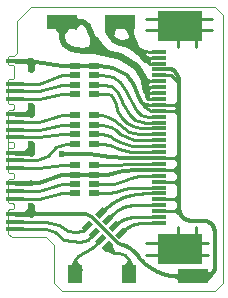
<source format=gtl>
G04 EAGLE Gerber X2 export*
%TF.Part,Single*%
%TF.FileFunction,Other,top copper*%
%TF.FilePolarity,Positive*%
%TF.GenerationSoftware,Autodesk,EAGLE,9.6.2*%
%TF.CreationDate,2021-06-26T12:46:15Z*%
G75*
%MOMM*%
%FSLAX34Y34*%
%LPD*%
%INtop copper*%
%AMOC8*
5,1,8,0,0,1.08239X$1,22.5*%
G01*
%ADD10C,0.000000*%
%ADD11R,0.900000X0.500000*%
%ADD12R,1.270000X1.524000*%
%ADD13R,1.350000X0.450000*%
%ADD14R,0.500000X0.900000*%
%ADD15R,1.300000X0.300000*%
%ADD16R,3.800000X2.500000*%
%ADD17R,2.540000X1.270000*%
%ADD18C,0.450000*%
%ADD19C,0.254000*%
%ADD20C,0.406400*%
%ADD21C,0.600000*%
%ADD22C,0.455000*%
%ADD23C,0.304800*%
%ADD24C,0.609600*%
%ADD25C,0.508000*%


D10*
X0Y-36000D02*
X3000Y-39000D01*
X32500Y-39000D01*
X39000Y-45500D01*
X39000Y-78000D01*
X45500Y-84500D01*
X175500Y-84500D01*
X182000Y-78000D01*
X182000Y149500D01*
X1000Y114500D02*
X0Y113500D01*
X0Y107500D01*
X0Y94000D02*
X0Y75000D01*
X1000Y74000D01*
X4000Y74000D01*
X5000Y73000D01*
X5000Y70000D02*
X4000Y69000D01*
X1000Y69000D01*
X0Y68000D01*
X5000Y70000D02*
X5000Y73000D01*
X0Y68000D02*
X0Y42500D01*
X1000Y41500D01*
X4000Y41500D01*
X5000Y40500D01*
X5000Y37500D02*
X4000Y36500D01*
X1000Y36500D01*
X0Y35500D01*
X5000Y37500D02*
X5000Y40500D01*
X0Y42000D02*
X0Y35500D01*
X0Y16500D02*
X1000Y15500D01*
X4000Y15500D01*
X5000Y14500D01*
X5000Y11500D02*
X4000Y10500D01*
X1000Y10500D01*
X0Y9500D01*
X5000Y11500D02*
X5000Y14500D01*
X0Y-16500D02*
X0Y-36000D01*
X0Y-9500D02*
X0Y9500D01*
X0Y16500D02*
X0Y35500D01*
X0Y-9500D02*
X1000Y-10500D01*
X4000Y-10500D02*
X5000Y-11500D01*
X4000Y-10500D02*
X1000Y-10500D01*
X5000Y-11500D02*
X5000Y-14500D01*
X4000Y-15500D01*
X1000Y-15500D01*
X0Y-16500D01*
X1000Y106500D02*
X0Y107500D01*
X1000Y106500D02*
X4000Y106500D01*
X5000Y105500D01*
X5000Y96000D01*
X4000Y95000D01*
X1000Y95000D01*
X0Y94000D01*
X1000Y114500D02*
X5000Y114500D01*
X7500Y117000D01*
X7500Y144000D01*
X19500Y156000D01*
X175500Y156000D01*
X182000Y149500D01*
D11*
X57000Y106000D03*
X57000Y98000D03*
X57000Y90000D03*
X57000Y82000D03*
X73000Y82000D03*
X73000Y90000D03*
X73000Y98000D03*
X73000Y106000D03*
X57000Y64000D03*
X57000Y56000D03*
X57000Y48000D03*
X57000Y40000D03*
X73000Y40000D03*
X73000Y48000D03*
X73000Y56000D03*
X73000Y64000D03*
X57000Y22000D03*
X57000Y14000D03*
X57000Y6000D03*
X57000Y-2000D03*
X73000Y-2000D03*
X73000Y6000D03*
X73000Y14000D03*
X73000Y22000D03*
D12*
X57000Y-70500D03*
X102000Y-70500D03*
D13*
X6500Y0D03*
X6500Y6500D03*
X6500Y19500D03*
X6500Y26000D03*
X6500Y32500D03*
X6500Y45500D03*
X6500Y52000D03*
X6500Y58500D03*
X6500Y65000D03*
X6500Y78000D03*
X6500Y84500D03*
X6500Y91000D03*
X6500Y-6500D03*
X6500Y-19500D03*
X6500Y-26000D03*
X6500Y-32500D03*
D14*
G36*
X96996Y-30399D02*
X100531Y-33934D01*
X94168Y-40297D01*
X90633Y-36762D01*
X96996Y-30399D01*
G37*
G36*
X91339Y-24743D02*
X94874Y-28278D01*
X88511Y-34641D01*
X84976Y-31106D01*
X91339Y-24743D01*
G37*
G36*
X85682Y-19086D02*
X89217Y-22621D01*
X82854Y-28984D01*
X79319Y-25449D01*
X85682Y-19086D01*
G37*
G36*
X80026Y-13429D02*
X83561Y-16964D01*
X77198Y-23327D01*
X73663Y-19792D01*
X80026Y-13429D01*
G37*
G36*
X68712Y-24743D02*
X72247Y-28278D01*
X65884Y-34641D01*
X62349Y-31106D01*
X68712Y-24743D01*
G37*
G36*
X74369Y-30399D02*
X77904Y-33934D01*
X71541Y-40297D01*
X68006Y-36762D01*
X74369Y-30399D01*
G37*
G36*
X80026Y-36056D02*
X83561Y-39591D01*
X77198Y-45954D01*
X73663Y-42419D01*
X80026Y-36056D01*
G37*
G36*
X85682Y-41713D02*
X89217Y-45248D01*
X82854Y-51611D01*
X79319Y-48076D01*
X85682Y-41713D01*
G37*
D13*
X6500Y110500D03*
D15*
X128000Y-27000D03*
X128000Y-22000D03*
X128000Y-17000D03*
X128000Y-12000D03*
X128000Y-7000D03*
X128000Y-2000D03*
X128000Y3000D03*
X128000Y8000D03*
X128000Y13000D03*
X128000Y18000D03*
X128000Y23000D03*
X128000Y28000D03*
X128000Y33000D03*
X128000Y38000D03*
X128000Y43000D03*
X128000Y48000D03*
X128000Y53000D03*
X128000Y58000D03*
X128000Y63000D03*
X128000Y68000D03*
X128000Y73000D03*
X128000Y78000D03*
X128000Y83000D03*
X128000Y88000D03*
X128000Y93000D03*
X128000Y98000D03*
X128000Y103000D03*
X128000Y108000D03*
X128000Y113000D03*
X128000Y118000D03*
D16*
X145300Y-49180D03*
X145300Y140180D03*
D17*
X45500Y143000D03*
X95000Y143000D03*
X156500Y-71500D03*
D18*
X6500Y0D03*
D19*
X26000Y0D01*
X45500Y6000D01*
X57000Y6000D01*
D18*
X6500Y65000D03*
X6500Y32500D03*
X6500Y6500D03*
X6500Y-19500D03*
X0Y-19500D03*
D20*
X6500Y65000D02*
X15000Y65000D01*
X19500Y65000D01*
X14500Y-19500D02*
X6500Y-19500D01*
D21*
X19500Y-19500D03*
D20*
X14500Y-19500D01*
D21*
X19500Y65000D03*
X19500Y32500D03*
D22*
X19500Y6500D03*
D20*
X19500Y32500D02*
X14500Y32500D01*
D18*
X0Y110500D03*
X6500Y110500D03*
D21*
X19500Y110500D03*
D20*
X14500Y32500D02*
X6500Y32500D01*
X6500Y110500D02*
X15000Y110500D01*
X19500Y110500D01*
X19500Y6500D02*
X6500Y6500D01*
D19*
X6500Y-19500D02*
X0Y-19500D01*
D18*
X0Y65000D03*
X0Y32500D03*
X0Y6500D03*
D19*
X3270Y6500D02*
X6500Y6500D01*
D23*
X73000Y14000D02*
X84500Y14000D01*
X57000Y14000D02*
X45500Y14000D01*
X26000Y6500D01*
X19500Y6500D01*
X24037Y109715D02*
X19500Y110500D01*
X24037Y109715D02*
X45500Y106000D01*
X57000Y106000D01*
X73000Y106000D01*
X78000Y106000D01*
D21*
X45500Y31000D03*
D23*
X69177Y31000D01*
X24000Y-19500D02*
X19500Y-19500D01*
X24000Y-19500D02*
X63000Y-19500D01*
X65718Y-19718D01*
X70758Y-22218D01*
X92742Y-44202D01*
X96242Y-45242D01*
X73000Y14000D02*
X57000Y14000D01*
D19*
X6500Y110500D02*
X3270Y110500D01*
D23*
X96242Y-45242D02*
X96850Y-45431D01*
X97453Y-45634D01*
X98050Y-45852D01*
X98642Y-46084D01*
X99229Y-46331D01*
X99809Y-46592D01*
X100382Y-46866D01*
X100949Y-47155D01*
X101509Y-47457D01*
X102061Y-47773D01*
X102605Y-48102D01*
X103141Y-48445D01*
X103669Y-48800D01*
X104187Y-49168D01*
X104697Y-49548D01*
X105197Y-49941D01*
X105688Y-50346D01*
X106169Y-50763D01*
X106639Y-51191D01*
X107099Y-51630D01*
X107548Y-52081D01*
X107986Y-52542D01*
X108412Y-53014D01*
X108827Y-53496D01*
X109230Y-53988D01*
X109621Y-54489D01*
X110000Y-55000D01*
X109999Y-55000D02*
X110588Y-55795D01*
X111197Y-56576D01*
X111823Y-57341D01*
X112468Y-58091D01*
X113131Y-58826D01*
X113811Y-59544D01*
X114509Y-60245D01*
X115223Y-60930D01*
X115954Y-61597D01*
X116700Y-62246D01*
X117462Y-62877D01*
X118239Y-63489D01*
X119030Y-64083D01*
X119836Y-64657D01*
X120655Y-65212D01*
X121487Y-65747D01*
X122332Y-66261D01*
X123189Y-66755D01*
X124058Y-67229D01*
X124938Y-67681D01*
X125828Y-68111D01*
X126729Y-68521D01*
X127639Y-68908D01*
X128559Y-69273D01*
X129487Y-69616D01*
X129487Y-69615D02*
X130615Y-70002D01*
X131751Y-70361D01*
X132896Y-70694D01*
X134048Y-70999D01*
X135207Y-71277D01*
X136372Y-71528D01*
X137543Y-71751D01*
X138719Y-71946D01*
X139899Y-72113D01*
X141083Y-72252D01*
X142270Y-72363D01*
X143459Y-72446D01*
X144650Y-72501D01*
X145841Y-72527D01*
X147033Y-72526D01*
X148225Y-72496D01*
X149415Y-72438D01*
X150604Y-72351D01*
X151791Y-72237D01*
X152974Y-72095D01*
X154154Y-71924D01*
X155329Y-71726D01*
X156499Y-71500D01*
X156500Y-71500D02*
X168500Y-71500D01*
X168660Y-71498D01*
X168819Y-71492D01*
X168978Y-71482D01*
X169137Y-71469D01*
X169296Y-71451D01*
X169454Y-71430D01*
X169611Y-71404D01*
X169768Y-71375D01*
X169924Y-71342D01*
X170079Y-71305D01*
X170234Y-71265D01*
X170387Y-71220D01*
X170539Y-71172D01*
X170690Y-71120D01*
X170839Y-71064D01*
X170987Y-71005D01*
X171134Y-70942D01*
X171279Y-70876D01*
X171422Y-70806D01*
X171564Y-70732D01*
X171704Y-70656D01*
X171842Y-70575D01*
X171977Y-70492D01*
X172111Y-70405D01*
X172243Y-70314D01*
X172372Y-70221D01*
X172499Y-70124D01*
X172624Y-70025D01*
X172746Y-69922D01*
X172865Y-69816D01*
X172982Y-69708D01*
X173096Y-69596D01*
X173208Y-69482D01*
X173316Y-69365D01*
X173422Y-69246D01*
X173525Y-69124D01*
X173624Y-68999D01*
X173721Y-68872D01*
X173814Y-68743D01*
X173905Y-68611D01*
X173992Y-68477D01*
X174075Y-68342D01*
X174156Y-68204D01*
X174232Y-68064D01*
X174306Y-67922D01*
X174376Y-67779D01*
X174442Y-67634D01*
X174505Y-67487D01*
X174564Y-67339D01*
X174620Y-67190D01*
X174672Y-67039D01*
X174720Y-66887D01*
X174765Y-66734D01*
X174805Y-66579D01*
X174842Y-66424D01*
X174875Y-66268D01*
X174904Y-66111D01*
X174930Y-65954D01*
X174951Y-65796D01*
X174969Y-65637D01*
X174982Y-65478D01*
X174992Y-65319D01*
X174998Y-65160D01*
X175000Y-65000D01*
X175000Y-35000D01*
X174997Y-34758D01*
X174988Y-34517D01*
X174974Y-34276D01*
X174953Y-34035D01*
X174927Y-33795D01*
X174895Y-33555D01*
X174857Y-33316D01*
X174814Y-33079D01*
X174764Y-32842D01*
X174709Y-32607D01*
X174649Y-32373D01*
X174582Y-32141D01*
X174511Y-31910D01*
X174433Y-31681D01*
X174350Y-31454D01*
X174262Y-31229D01*
X174168Y-31006D01*
X174069Y-30786D01*
X173964Y-30568D01*
X173855Y-30353D01*
X173740Y-30140D01*
X173620Y-29930D01*
X173495Y-29724D01*
X173365Y-29520D01*
X173230Y-29319D01*
X173090Y-29122D01*
X172946Y-28928D01*
X172797Y-28738D01*
X172643Y-28552D01*
X172485Y-28369D01*
X172323Y-28190D01*
X172156Y-28015D01*
X171985Y-27844D01*
X171810Y-27677D01*
X171631Y-27515D01*
X171448Y-27357D01*
X171262Y-27203D01*
X171072Y-27054D01*
X170878Y-26910D01*
X170681Y-26770D01*
X170480Y-26635D01*
X170276Y-26505D01*
X170070Y-26380D01*
X169860Y-26260D01*
X169647Y-26145D01*
X169432Y-26036D01*
X169214Y-25931D01*
X168994Y-25832D01*
X168771Y-25738D01*
X168546Y-25650D01*
X168319Y-25567D01*
X168090Y-25489D01*
X167859Y-25418D01*
X167627Y-25351D01*
X167393Y-25291D01*
X167158Y-25236D01*
X166921Y-25186D01*
X166684Y-25143D01*
X166445Y-25105D01*
X166205Y-25073D01*
X165965Y-25047D01*
X165724Y-25026D01*
X165483Y-25012D01*
X165242Y-25003D01*
X165000Y-25000D01*
X154500Y-25000D01*
X154270Y-24997D01*
X154041Y-24989D01*
X153812Y-24975D01*
X153583Y-24956D01*
X153355Y-24931D01*
X153127Y-24900D01*
X152901Y-24864D01*
X152675Y-24823D01*
X152450Y-24776D01*
X152227Y-24724D01*
X152004Y-24666D01*
X151784Y-24603D01*
X151564Y-24535D01*
X151347Y-24461D01*
X151131Y-24383D01*
X150918Y-24299D01*
X150706Y-24210D01*
X150497Y-24115D01*
X150290Y-24016D01*
X150085Y-23912D01*
X149883Y-23803D01*
X149684Y-23689D01*
X149487Y-23570D01*
X149294Y-23446D01*
X149103Y-23318D01*
X148916Y-23186D01*
X148732Y-23048D01*
X148551Y-22907D01*
X148374Y-22761D01*
X148200Y-22611D01*
X148030Y-22457D01*
X147864Y-22298D01*
X147702Y-22136D01*
X147543Y-21970D01*
X147389Y-21800D01*
X147239Y-21626D01*
X147093Y-21449D01*
X146952Y-21268D01*
X146814Y-21084D01*
X146682Y-20897D01*
X146554Y-20706D01*
X146430Y-20513D01*
X146311Y-20316D01*
X146197Y-20117D01*
X146088Y-19915D01*
X145984Y-19710D01*
X145885Y-19503D01*
X145790Y-19294D01*
X145701Y-19082D01*
X145617Y-18869D01*
X145539Y-18653D01*
X145465Y-18436D01*
X145397Y-18216D01*
X145334Y-17996D01*
X145276Y-17773D01*
X145224Y-17550D01*
X145177Y-17325D01*
X145136Y-17099D01*
X145100Y-16873D01*
X145069Y-16645D01*
X145044Y-16417D01*
X145025Y-16188D01*
X145011Y-15959D01*
X145003Y-15730D01*
X145000Y-15500D01*
X145000Y-13000D01*
X145000Y-11000D01*
X145000Y-7000D01*
X145000Y-3000D01*
X145000Y4000D01*
X145000Y8000D01*
X145000Y12000D01*
X145000Y13500D01*
X145000Y18000D01*
X145000Y22500D01*
X145000Y24000D01*
X145000Y28000D01*
X145000Y32000D01*
X145000Y64500D01*
X145000Y68000D01*
X145000Y70000D01*
X145000Y73000D01*
X145000Y76500D01*
X145000Y91136D01*
X144996Y91502D01*
X144983Y91867D01*
X144961Y92232D01*
X144930Y92596D01*
X144891Y92960D01*
X144844Y93323D01*
X144787Y93684D01*
X144722Y94044D01*
X144649Y94402D01*
X144567Y94758D01*
X144476Y95112D01*
X144378Y95465D01*
X144270Y95814D01*
X144155Y96161D01*
X144031Y96505D01*
X143899Y96846D01*
X143760Y97184D01*
X143612Y97518D01*
X143456Y97849D01*
X143292Y98176D01*
X143121Y98499D01*
X142942Y98818D01*
X142755Y99132D01*
X142561Y99442D01*
X142360Y99748D01*
X142151Y100048D01*
X141936Y100343D01*
X141713Y100633D01*
X141483Y100918D01*
X141247Y101197D01*
X141005Y101471D01*
X140755Y101738D01*
X140500Y102000D01*
X140420Y102078D01*
X140337Y102153D01*
X140252Y102225D01*
X140164Y102295D01*
X140075Y102361D01*
X139983Y102425D01*
X139889Y102485D01*
X139793Y102543D01*
X139695Y102597D01*
X139596Y102648D01*
X139495Y102696D01*
X139392Y102740D01*
X139289Y102781D01*
X139183Y102819D01*
X139077Y102853D01*
X138970Y102884D01*
X138861Y102911D01*
X138752Y102934D01*
X138642Y102954D01*
X138532Y102971D01*
X138421Y102984D01*
X138309Y102993D01*
X138198Y102998D01*
X138086Y103000D01*
X128000Y103000D01*
X128000Y18000D02*
X109500Y18000D01*
X97500Y17000D01*
X90500Y15000D01*
X84500Y14000D01*
X100500Y28000D02*
X128000Y28000D01*
X86506Y29000D02*
X69177Y31000D01*
X86506Y29000D02*
X100500Y28000D01*
X89000Y104000D02*
X78000Y106000D01*
X89000Y104000D02*
X101000Y98000D01*
X107000Y89500D01*
X110500Y78500D01*
X113155Y74880D01*
X114697Y72777D01*
X116000Y71000D01*
D19*
X121000Y68000D02*
X128000Y68000D01*
X121000Y68000D02*
X116000Y71000D01*
X120036Y72867D02*
X128000Y73000D01*
X120036Y72867D02*
X114697Y72777D01*
X113155Y74880D02*
X120036Y72867D01*
X128000Y-17000D02*
X141000Y-17000D01*
X143500Y-17000D01*
X145000Y-15500D01*
X141000Y-7000D02*
X128000Y-7000D01*
X141000Y-7000D02*
X145000Y-7000D01*
X141000Y8000D02*
X128000Y8000D01*
X141000Y8000D02*
X145000Y8000D01*
X140500Y18000D02*
X128000Y18000D01*
X140500Y18000D02*
X145000Y18000D01*
X141000Y28000D02*
X128000Y28000D01*
X128000Y68000D02*
X141500Y68000D01*
X145000Y68000D01*
X141000Y73000D02*
X128000Y73000D01*
X141000Y73000D02*
X145000Y73000D01*
X138136Y98000D02*
X128000Y98000D01*
X138136Y98000D02*
X145000Y91136D01*
X141500Y73000D02*
X141250Y72750D01*
X141500Y73000D02*
X145000Y76500D01*
X141250Y72750D02*
X141000Y73000D01*
X141500Y73000D02*
X143000Y71500D01*
X143000Y72000D02*
X144250Y70750D01*
X145000Y70000D01*
X144250Y70750D02*
X143000Y69500D01*
X141500Y68000D01*
X143000Y69500D02*
X143000Y71500D01*
X143000Y72000D01*
X141500Y68000D02*
X145000Y64500D01*
X145000Y28000D02*
X141000Y28000D01*
X145000Y32000D01*
X141000Y28000D02*
X145000Y24000D01*
X145000Y22500D02*
X140500Y18000D01*
X145000Y13500D01*
X145000Y12000D02*
X141000Y8000D01*
X145000Y4000D01*
X145000Y-3000D02*
X141000Y-7000D01*
X145000Y-11000D01*
X145000Y-13000D02*
X141000Y-17000D01*
X146500Y-20500D01*
X148000Y-68500D02*
X141000Y-72000D01*
X146500Y-76000D01*
X165000Y-68000D02*
X172500Y-70500D01*
X166500Y-76000D01*
D21*
X19500Y103000D03*
X19500Y72000D03*
X19500Y39500D03*
X19500Y-12500D03*
D24*
X19500Y-19500D01*
X19500Y32500D02*
X19500Y39500D01*
X19500Y65000D02*
X19500Y72000D01*
X19500Y103000D02*
X19500Y110500D01*
D23*
X19500Y105178D02*
X19500Y103000D01*
X19500Y105178D02*
X24037Y109715D01*
X19500Y106000D02*
X19500Y103000D01*
X19500Y106000D02*
X15000Y110500D01*
X19500Y69500D02*
X15000Y65000D01*
X19500Y69500D02*
X19500Y72000D01*
X19500Y39500D02*
X19500Y37500D01*
X14500Y32500D01*
X19500Y-12500D02*
X19500Y-14500D01*
X14500Y-19500D01*
X19500Y-15000D02*
X19500Y-12500D01*
X19500Y-15000D02*
X24000Y-19500D01*
D18*
X6500Y19500D03*
D19*
X26000Y19500D01*
X45500Y22000D01*
X57000Y22000D01*
D18*
X6500Y26000D03*
D19*
X24500Y26000D01*
X34000Y30000D01*
X40500Y37500D01*
X49000Y40000D01*
X57000Y40000D01*
D18*
X6500Y45500D03*
D19*
X26000Y45500D01*
X45500Y48000D01*
X57000Y48000D01*
D18*
X6500Y52000D03*
D19*
X26000Y52000D01*
X45500Y56000D01*
X57000Y56000D01*
D18*
X6500Y58500D03*
D19*
X26000Y58500D01*
X45500Y64000D01*
X57000Y64000D01*
D18*
X6500Y84500D03*
D19*
X26000Y84500D01*
X45500Y90000D01*
X57000Y90000D01*
D18*
X6500Y78000D03*
D19*
X26000Y78000D01*
X45500Y82000D01*
X57000Y82000D01*
D18*
X6500Y91000D03*
D19*
X26000Y91000D01*
X45500Y98000D01*
X57000Y98000D01*
X57000Y-58500D02*
X57000Y-70500D01*
X52000Y-66500D02*
X57000Y-58500D01*
X62000Y-66500D01*
X57000Y-58500D02*
X59000Y-55000D01*
X71000Y-48500D01*
X78612Y-41005D01*
D25*
X45500Y132000D02*
X45500Y143000D01*
X45500Y132000D02*
X45500Y130000D01*
X47000Y124500D01*
X53500Y120500D01*
X63000Y118500D01*
X75500Y118500D01*
D24*
X83826Y116579D01*
X95000Y114000D01*
X108500Y105500D01*
X114000Y97000D01*
X114788Y93058D01*
X115788Y88058D01*
X116500Y84500D01*
D25*
X61000Y143000D02*
X45500Y143000D01*
X61000Y143000D02*
X63000Y143000D01*
X67500Y140000D01*
X72000Y130000D01*
X74203Y127500D01*
X75791Y125697D01*
X83826Y116579D01*
X75622Y121515D02*
X75791Y125697D01*
X75622Y121515D02*
X75500Y118500D01*
X69961Y120163D02*
X63000Y118500D01*
X69961Y120163D02*
X75622Y121515D01*
X72067Y123805D02*
X69961Y120163D01*
X72067Y123805D02*
X74203Y127500D01*
X72000Y130000D02*
X72067Y123805D01*
D19*
X119991Y93035D02*
X128000Y93000D01*
X119991Y93035D02*
X114788Y93058D01*
X120449Y88036D02*
X128000Y88000D01*
X120449Y88036D02*
X119991Y88038D01*
X115788Y88058D01*
X120000Y83000D02*
X128000Y83000D01*
X120000Y83000D02*
X116654Y83000D01*
X116500Y84000D01*
X119500Y78000D02*
X128000Y78000D01*
X119500Y78000D02*
X118500Y78000D01*
X117220Y78960D01*
X116500Y79500D01*
X116500Y81000D01*
X116500Y84500D01*
X120000Y83000D01*
X118708Y82262D01*
X116500Y81000D01*
X117220Y78960D02*
X118708Y82262D01*
X116500Y81000D02*
X119500Y78000D01*
X120449Y88036D02*
X115000Y90000D01*
X119991Y93035D02*
X114000Y97000D01*
X115000Y90000D02*
X119991Y93035D01*
X119991Y88038D02*
X116500Y84500D01*
X45500Y132000D02*
X52000Y141000D01*
X45500Y132000D02*
X38000Y141500D01*
X56000Y147500D02*
X61000Y143000D01*
X56500Y138500D01*
X102000Y-58500D02*
X102000Y-70500D01*
X107000Y-67000D02*
X102000Y-58500D01*
X97000Y-67000D01*
X89500Y-52000D02*
X84268Y-46662D01*
X89500Y-52000D02*
X93500Y-52000D01*
X99000Y-54500D01*
X102000Y-58500D01*
X89500Y-52000D02*
X82500Y-49000D01*
X86500Y-45000D02*
X89500Y-52000D01*
X95582Y-35348D02*
X95611Y-35348D01*
X114452Y-27000D02*
X128000Y-27000D01*
X114452Y-27000D02*
X113848Y-27007D01*
X113243Y-27029D01*
X112640Y-27065D01*
X112038Y-27115D01*
X111437Y-27180D01*
X110837Y-27259D01*
X110240Y-27352D01*
X109645Y-27459D01*
X109053Y-27580D01*
X108464Y-27716D01*
X107878Y-27865D01*
X107296Y-28029D01*
X106718Y-28206D01*
X106144Y-28397D01*
X105576Y-28601D01*
X105012Y-28819D01*
X104453Y-29051D01*
X103900Y-29295D01*
X103354Y-29553D01*
X102813Y-29824D01*
X102279Y-30107D01*
X101752Y-30403D01*
X101232Y-30711D01*
X100720Y-31032D01*
X100215Y-31365D01*
X99719Y-31710D01*
X99230Y-32066D01*
X98751Y-32434D01*
X98280Y-32814D01*
X97819Y-33204D01*
X97366Y-33605D01*
X96924Y-34017D01*
X96491Y-34439D01*
X96491Y-34440D02*
X95582Y-35348D01*
D18*
X0Y0D03*
X0Y19500D03*
X0Y26000D03*
X0Y45500D03*
X0Y52000D03*
X0Y58500D03*
X0Y84500D03*
X0Y78000D03*
X0Y91000D03*
X6500Y-6500D03*
X0Y-6500D03*
X6500Y-32500D03*
X0Y-32500D03*
X0Y-26000D03*
X6500Y-26000D03*
D19*
X32500Y-32500D02*
X39500Y-35000D01*
X47500Y-41500D01*
X60500Y-43000D01*
X67500Y-41000D01*
X72955Y-35348D01*
X32500Y-32500D02*
X6500Y-32500D01*
X6500Y-26000D02*
X32500Y-26000D01*
X43000Y-29000D01*
X50500Y-34000D01*
X57000Y-35000D01*
X63000Y-34000D01*
X67298Y-29692D01*
X26000Y-6500D02*
X6500Y-6500D01*
X26000Y-6500D02*
X45500Y-2000D01*
X57000Y-2000D01*
X73000Y98000D02*
X79500Y98000D01*
X118500Y63000D02*
X128000Y63000D01*
X118500Y63000D02*
X112500Y64500D01*
X108000Y68500D01*
X100000Y84500D02*
X95000Y92500D01*
X88500Y96500D01*
X79500Y98000D01*
X100000Y84500D02*
X108000Y68500D01*
X80000Y90000D02*
X73000Y90000D01*
X80000Y90000D02*
X87500Y89000D01*
X92000Y85000D01*
X96000Y78000D01*
X97500Y74000D01*
X103500Y64000D01*
X107500Y60500D01*
X113000Y58500D01*
X116500Y58000D01*
X128000Y58000D01*
X128000Y53000D02*
X117000Y53000D01*
X112000Y53500D01*
X106000Y55000D01*
X100500Y58000D01*
X96000Y62500D01*
X92500Y68500D01*
X91000Y74000D01*
X89000Y79000D01*
X87000Y81000D01*
X84500Y82000D01*
X73000Y82000D01*
X73000Y64000D02*
X79500Y64000D01*
X120000Y48000D02*
X128000Y48000D01*
X120000Y48000D02*
X119000Y48000D01*
X120000Y48000D02*
X110424Y48399D01*
X102140Y50371D01*
X89846Y59769D02*
X85000Y63000D01*
X79500Y64000D01*
X89846Y59769D02*
X102140Y50371D01*
X79500Y56000D02*
X73000Y56000D01*
X117500Y43000D02*
X128000Y43000D01*
X117500Y43000D02*
X106500Y43500D01*
X100500Y45500D01*
X95000Y48500D01*
X91000Y51500D01*
X87000Y54000D01*
X79500Y56000D01*
X79500Y48000D02*
X73000Y48000D01*
X116000Y38000D02*
X128000Y38000D01*
X116000Y38000D02*
X104500Y38500D01*
X95000Y41500D01*
X89500Y44500D01*
X86000Y46500D01*
X79500Y48000D01*
X79500Y40000D02*
X73000Y40000D01*
X115000Y33000D02*
X128000Y33000D01*
X86000Y39000D02*
X79500Y40000D01*
X86000Y39000D02*
X93500Y36000D01*
X104000Y33500D01*
X115000Y33000D01*
X82000Y22000D02*
X73000Y22000D01*
X111500Y23000D02*
X128000Y23000D01*
X111500Y23000D02*
X82000Y22000D01*
X89500Y6000D02*
X73000Y6000D01*
X111000Y13000D02*
X128000Y13000D01*
X111000Y13000D02*
X104000Y11500D01*
X97500Y8500D01*
X89500Y6000D01*
X84172Y-2000D02*
X73000Y-2000D01*
X84172Y-2000D02*
X91000Y-1000D01*
X95500Y1000D01*
X102500Y2500D01*
X111500Y3000D01*
X128000Y3000D01*
X128000Y-2000D02*
X115510Y-2000D01*
X114294Y-2015D01*
X113079Y-2060D01*
X111865Y-2134D01*
X110654Y-2239D01*
X109446Y-2373D01*
X108241Y-2536D01*
X107040Y-2729D01*
X105845Y-2952D01*
X104655Y-3204D01*
X103472Y-3485D01*
X102297Y-3795D01*
X101129Y-4133D01*
X99970Y-4500D01*
X98820Y-4896D01*
X97680Y-5320D01*
X96551Y-5771D01*
X95434Y-6250D01*
X94328Y-6757D01*
X93235Y-7290D01*
X92156Y-7850D01*
X91091Y-8436D01*
X90040Y-9048D01*
X89005Y-9686D01*
X87986Y-10349D01*
X86983Y-11037D01*
X85998Y-11749D01*
X85030Y-12486D01*
X84081Y-13246D01*
X83151Y-14028D01*
X82240Y-14834D01*
X81349Y-15661D01*
X80479Y-16511D01*
X78612Y-18378D01*
X110000Y-12000D02*
X128000Y-12000D01*
X110000Y-12000D02*
X109500Y-12000D01*
X106824Y-12000D01*
X106220Y-12007D01*
X105615Y-12029D01*
X105012Y-12065D01*
X104410Y-12115D01*
X103809Y-12180D01*
X103209Y-12259D01*
X102612Y-12352D01*
X102017Y-12459D01*
X101425Y-12580D01*
X100836Y-12716D01*
X100250Y-12865D01*
X99668Y-13029D01*
X99090Y-13206D01*
X98516Y-13397D01*
X97948Y-13601D01*
X97384Y-13819D01*
X96825Y-14051D01*
X96272Y-14295D01*
X95726Y-14553D01*
X95185Y-14824D01*
X94651Y-15107D01*
X94124Y-15403D01*
X93604Y-15711D01*
X93092Y-16032D01*
X92587Y-16365D01*
X92091Y-16710D01*
X91602Y-17066D01*
X91123Y-17434D01*
X90652Y-17814D01*
X90191Y-18204D01*
X89738Y-18605D01*
X89296Y-19017D01*
X88863Y-19439D01*
X88864Y-19440D02*
X84268Y-24035D01*
X108138Y-22000D02*
X128000Y-22000D01*
X108138Y-22000D02*
X107534Y-22007D01*
X106929Y-22029D01*
X106326Y-22065D01*
X105724Y-22115D01*
X105123Y-22180D01*
X104523Y-22259D01*
X103926Y-22352D01*
X103331Y-22459D01*
X102739Y-22580D01*
X102150Y-22716D01*
X101564Y-22865D01*
X100982Y-23029D01*
X100404Y-23206D01*
X99830Y-23397D01*
X99262Y-23601D01*
X98698Y-23819D01*
X98139Y-24051D01*
X97586Y-24295D01*
X97040Y-24553D01*
X96499Y-24824D01*
X95965Y-25107D01*
X95438Y-25403D01*
X94918Y-25711D01*
X94406Y-26032D01*
X93901Y-26365D01*
X93405Y-26710D01*
X92916Y-27066D01*
X92437Y-27434D01*
X91966Y-27814D01*
X91505Y-28204D01*
X91052Y-28605D01*
X90610Y-29017D01*
X90177Y-29439D01*
X90177Y-29440D02*
X89925Y-29692D01*
X144000Y-30000D02*
X144000Y-58000D01*
X159000Y-58000D02*
X159000Y-30000D01*
X144000Y122000D02*
X144000Y150000D01*
X159000Y150000D02*
X159000Y122000D01*
X169500Y-54000D02*
X117000Y-54000D01*
X117000Y-44000D02*
X169500Y-44000D01*
X172500Y146000D02*
X117000Y146000D01*
X117000Y136000D02*
X172500Y136000D01*
D24*
X111500Y118500D02*
X102000Y123500D01*
X111500Y118500D02*
X115000Y113000D01*
D19*
X120000Y108000D02*
X128000Y108000D01*
D23*
X120000Y108000D02*
X119000Y109000D01*
X118705Y109295D01*
X115000Y113000D01*
D19*
X120000Y113000D02*
X128000Y113000D01*
X120000Y113000D02*
X118500Y113000D01*
X115000Y113000D01*
X120500Y118000D02*
X128000Y118000D01*
X120500Y118000D02*
X119891Y118034D01*
X116042Y118248D01*
X111500Y118500D01*
X109171Y120651D02*
X119891Y118034D01*
X109171Y120651D02*
X105895Y121450D01*
X109551Y117060D02*
X119000Y109000D01*
X109551Y117060D02*
X102000Y123500D01*
X114500Y111000D02*
X118705Y109295D01*
X120000Y113000D02*
X109551Y117060D01*
X114981Y114950D02*
X116042Y118248D01*
X118500Y113000D02*
X119000Y109000D01*
D25*
X92000Y140000D02*
X95000Y143000D01*
X92000Y140000D02*
X89500Y140000D01*
X85000Y140000D01*
X85000Y135000D01*
X87000Y131000D01*
X90000Y128000D01*
X95000Y125500D01*
X102000Y123500D01*
X99000Y141000D02*
X95000Y143000D01*
X99000Y141000D02*
X104000Y138500D01*
X104000Y134500D01*
X105118Y130029D01*
X105500Y128500D01*
X109171Y120651D01*
X103158Y125925D02*
X105118Y130029D01*
X103158Y125925D02*
X102000Y123500D01*
X103158Y125925D02*
X95000Y125500D01*
X87000Y131000D02*
X89500Y140000D01*
X99000Y141000D02*
X104000Y134500D01*
M02*

</source>
